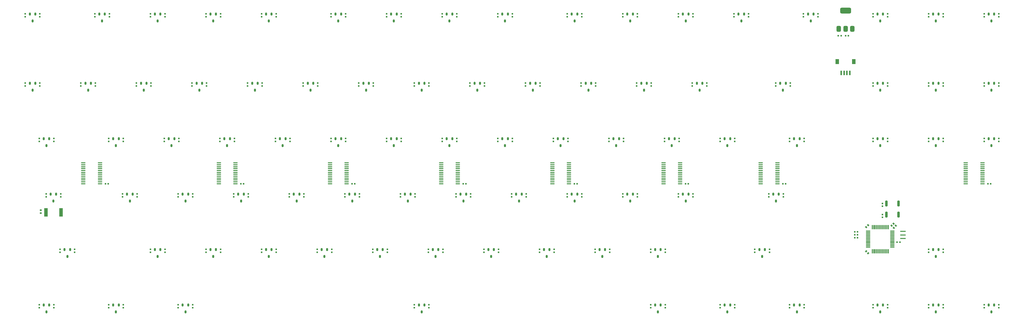
<source format=gbr>
%TF.GenerationSoftware,KiCad,Pcbnew,8.0.6*%
%TF.CreationDate,2024-11-23T19:51:20+07:00*%
%TF.ProjectId,Zellia80,5a656c6c-6961-4383-902e-6b696361645f,rev?*%
%TF.SameCoordinates,Original*%
%TF.FileFunction,Paste,Bot*%
%TF.FilePolarity,Positive*%
%FSLAX46Y46*%
G04 Gerber Fmt 4.6, Leading zero omitted, Abs format (unit mm)*
G04 Created by KiCad (PCBNEW 8.0.6) date 2024-11-23 19:51:20*
%MOMM*%
%LPD*%
G01*
G04 APERTURE LIST*
G04 Aperture macros list*
%AMRoundRect*
0 Rectangle with rounded corners*
0 $1 Rounding radius*
0 $2 $3 $4 $5 $6 $7 $8 $9 X,Y pos of 4 corners*
0 Add a 4 corners polygon primitive as box body*
4,1,4,$2,$3,$4,$5,$6,$7,$8,$9,$2,$3,0*
0 Add four circle primitives for the rounded corners*
1,1,$1+$1,$2,$3*
1,1,$1+$1,$4,$5*
1,1,$1+$1,$6,$7*
1,1,$1+$1,$8,$9*
0 Add four rect primitives between the rounded corners*
20,1,$1+$1,$2,$3,$4,$5,0*
20,1,$1+$1,$4,$5,$6,$7,0*
20,1,$1+$1,$6,$7,$8,$9,0*
20,1,$1+$1,$8,$9,$2,$3,0*%
%AMRotRect*
0 Rectangle, with rotation*
0 The origin of the aperture is its center*
0 $1 length*
0 $2 width*
0 $3 Rotation angle, in degrees counterclockwise*
0 Add horizontal line*
21,1,$1,$2,0,0,$3*%
G04 Aperture macros list end*
%ADD10R,1.190000X3.000000*%
%ADD11R,0.620000X0.560000*%
%ADD12R,0.560000X0.620000*%
%ADD13RoundRect,0.150000X-0.150000X0.350000X-0.150000X-0.350000X0.150000X-0.350000X0.150000X0.350000X0*%
%ADD14RotRect,0.560000X0.620000X225.000000*%
%ADD15R,0.600000X1.550000*%
%ADD16R,1.200000X1.800000*%
%ADD17RoundRect,0.135000X-0.185000X0.135000X-0.185000X-0.135000X0.185000X-0.135000X0.185000X0.135000X0*%
%ADD18RoundRect,0.375000X0.375000X-0.625000X0.375000X0.625000X-0.375000X0.625000X-0.375000X-0.625000X0*%
%ADD19RoundRect,0.500000X1.400000X-0.500000X1.400000X0.500000X-1.400000X0.500000X-1.400000X-0.500000X0*%
%ADD20RotRect,0.560000X0.620000X315.000000*%
%ADD21RoundRect,0.100000X-0.637500X-0.100000X0.637500X-0.100000X0.637500X0.100000X-0.637500X0.100000X0*%
%ADD22RotRect,0.560000X0.620000X45.000000*%
%ADD23RoundRect,0.200000X0.200000X0.800000X-0.200000X0.800000X-0.200000X-0.800000X0.200000X-0.800000X0*%
%ADD24R,1.900000X0.400000*%
%ADD25RoundRect,0.075000X0.662500X0.075000X-0.662500X0.075000X-0.662500X-0.075000X0.662500X-0.075000X0*%
%ADD26RoundRect,0.075000X0.075000X0.662500X-0.075000X0.662500X-0.075000X-0.662500X0.075000X-0.662500X0*%
%ADD27RoundRect,0.200000X-0.200000X-0.800000X0.200000X-0.800000X0.200000X0.800000X-0.200000X0.800000X0*%
G04 APERTURE END LIST*
D10*
%TO.C,D1*%
X22261250Y-130102499D03*
X27451250Y-130102499D03*
%TD*%
D11*
%TO.C,C33*%
X53312500Y-86652499D03*
X53312500Y-85692499D03*
%TD*%
%TO.C,C73*%
X177375000Y-143802499D03*
X177375000Y-142842499D03*
%TD*%
%TO.C,C1*%
X20212500Y-62839999D03*
X20212500Y-61879999D03*
%TD*%
%TO.C,C160*%
X277150000Y-162852499D03*
X277150000Y-161892499D03*
%TD*%
%TO.C,C60*%
X167850000Y-124752499D03*
X167850000Y-123792499D03*
%TD*%
D12*
%TO.C,C109*%
X204367500Y-120263124D03*
X203407500Y-120263124D03*
%TD*%
D11*
%TO.C,C195*%
X281912500Y-62839999D03*
X281912500Y-61879999D03*
%TD*%
%TO.C,C152*%
X329775000Y-62839999D03*
X329775000Y-61879999D03*
%TD*%
D13*
%TO.C,U25*%
X61525000Y-142917499D03*
X60575000Y-145267499D03*
X59625000Y-142917499D03*
%TD*%
D11*
%TO.C,C22*%
X39262500Y-86652499D03*
X39262500Y-85692499D03*
%TD*%
D13*
%TO.C,U23*%
X66287500Y-104817499D03*
X65337500Y-107167499D03*
X64387500Y-104817499D03*
%TD*%
D11*
%TO.C,C125*%
X143800000Y-124752499D03*
X143800000Y-123792499D03*
%TD*%
%TO.C,C23*%
X48787500Y-105702499D03*
X48787500Y-104742499D03*
%TD*%
%TO.C,C108*%
X310725000Y-62839999D03*
X310725000Y-61879999D03*
%TD*%
D14*
%TO.C,C199*%
X304064411Y-134470588D03*
X303385589Y-135149410D03*
%TD*%
D13*
%TO.C,U96*%
X347275000Y-161967499D03*
X346325000Y-164317499D03*
X345375000Y-161967499D03*
%TD*%
%TO.C,U26*%
X142487500Y-61954999D03*
X141537500Y-64304999D03*
X140587500Y-61954999D03*
%TD*%
%TO.C,U27*%
X161537500Y-61954999D03*
X160587500Y-64304999D03*
X159637500Y-61954999D03*
%TD*%
D15*
%TO.C,J2*%
X297818750Y-82172499D03*
X296818750Y-82172499D03*
X295818750Y-82172499D03*
X294818750Y-82172499D03*
D16*
X299118750Y-78297499D03*
X293518750Y-78297499D03*
%TD*%
D11*
%TO.C,C18*%
X27356250Y-124752499D03*
X27356250Y-123792499D03*
%TD*%
%TO.C,C2*%
X44025000Y-62839999D03*
X44025000Y-61879999D03*
%TD*%
%TO.C,C123*%
X181900000Y-124752499D03*
X181900000Y-123792499D03*
%TD*%
%TO.C,C17*%
X24975000Y-105702499D03*
X24975000Y-104742499D03*
%TD*%
D13*
%TO.C,U30*%
X90100000Y-123867499D03*
X89150000Y-126217499D03*
X88200000Y-123867499D03*
%TD*%
D11*
%TO.C,C105*%
X196187500Y-105702499D03*
X196187500Y-104742499D03*
%TD*%
D13*
%TO.C,U38*%
X204400000Y-61954999D03*
X203450000Y-64304999D03*
X202500000Y-61954999D03*
%TD*%
D11*
%TO.C,C99*%
X139037500Y-105702499D03*
X139037500Y-104742499D03*
%TD*%
%TO.C,C122*%
X67600000Y-124752499D03*
X67600000Y-123792499D03*
%TD*%
%TO.C,C71*%
X201187500Y-105702499D03*
X201187500Y-104742499D03*
%TD*%
%TO.C,C179*%
X324775000Y-143802499D03*
X324775000Y-142842499D03*
%TD*%
%TO.C,C81*%
X225000000Y-62839999D03*
X225000000Y-61879999D03*
%TD*%
%TO.C,C151*%
X310725000Y-162852499D03*
X310725000Y-161892499D03*
%TD*%
D13*
%TO.C,U66*%
X204400000Y-123867499D03*
X203450000Y-126217499D03*
X202500000Y-123867499D03*
%TD*%
D11*
%TO.C,C44*%
X110462500Y-86652499D03*
X110462500Y-85692499D03*
%TD*%
%TO.C,C19*%
X32118750Y-143802499D03*
X32118750Y-142842499D03*
%TD*%
%TO.C,C98*%
X286912500Y-62839999D03*
X286912500Y-61879999D03*
%TD*%
D13*
%TO.C,U13*%
X80575000Y-61954999D03*
X79625000Y-64304999D03*
X78675000Y-61954999D03*
%TD*%
D11*
%TO.C,C24*%
X53550000Y-124752499D03*
X53550000Y-123792499D03*
%TD*%
D13*
%TO.C,U20*%
X123437500Y-61954999D03*
X122487500Y-64304999D03*
X121537500Y-61954999D03*
%TD*%
%TO.C,U72*%
X223450000Y-123867499D03*
X222500000Y-126217499D03*
X221550000Y-123867499D03*
%TD*%
D11*
%TO.C,C117*%
X19975000Y-105702499D03*
X19975000Y-104742499D03*
%TD*%
%TO.C,C30*%
X72600000Y-124752499D03*
X72600000Y-123792499D03*
%TD*%
D13*
%TO.C,U79*%
X232975000Y-142917499D03*
X232025000Y-145267499D03*
X231075000Y-142917499D03*
%TD*%
D11*
%TO.C,C128*%
X86650000Y-124752499D03*
X86650000Y-123792499D03*
%TD*%
D17*
%TO.C,R10*%
X20497500Y-130397500D03*
X20497500Y-129377500D03*
%TD*%
D13*
%TO.C,U44*%
X242500000Y-61954999D03*
X241550000Y-64304999D03*
X240600000Y-61954999D03*
%TD*%
D11*
%TO.C,C56*%
X272387500Y-86652499D03*
X272387500Y-85692499D03*
%TD*%
D13*
%TO.C,U32*%
X180587500Y-61954999D03*
X179637500Y-64304999D03*
X178687500Y-61954999D03*
%TD*%
%TO.C,U9*%
X61525000Y-61954999D03*
X60575000Y-64304999D03*
X59625000Y-61954999D03*
%TD*%
D18*
%TO.C,U63*%
X298618750Y-67047499D03*
X296318750Y-67047499D03*
D19*
X296318750Y-60747499D03*
D18*
X294018750Y-67047499D03*
%TD*%
D13*
%TO.C,U94*%
X309175000Y-161967499D03*
X308225000Y-164317499D03*
X307275000Y-161967499D03*
%TD*%
D11*
%TO.C,C35*%
X86887500Y-105702499D03*
X86887500Y-104742499D03*
%TD*%
%TO.C,C36*%
X91650000Y-124752499D03*
X91650000Y-123792499D03*
%TD*%
D13*
%TO.C,U55*%
X156775000Y-142917499D03*
X155825000Y-145267499D03*
X154875000Y-142917499D03*
%TD*%
D11*
%TO.C,C50*%
X163087500Y-62839999D03*
X163087500Y-61879999D03*
%TD*%
%TO.C,C58*%
X153562500Y-86652499D03*
X153562500Y-85692499D03*
%TD*%
D20*
%TO.C,C200*%
X303385589Y-143470588D03*
X304064411Y-144149410D03*
%TD*%
D13*
%TO.C,U82*%
X247262500Y-85767499D03*
X246312500Y-88117499D03*
X245362500Y-85767499D03*
%TD*%
D11*
%TO.C,C173*%
X282150000Y-162852499D03*
X282150000Y-161892499D03*
%TD*%
D13*
%TO.C,U77*%
X237737500Y-104817499D03*
X236787500Y-107167499D03*
X235837500Y-104817499D03*
%TD*%
D11*
%TO.C,C171*%
X72600000Y-162852499D03*
X72600000Y-161892499D03*
%TD*%
D21*
%TO.C,U62*%
X195825000Y-120263124D03*
X195825000Y-119613124D03*
X195825000Y-118963124D03*
X195825000Y-118313124D03*
X195825000Y-117663124D03*
X195825000Y-117013124D03*
X195825000Y-116363124D03*
X195825000Y-115713124D03*
X195825000Y-115063124D03*
X195825000Y-114413124D03*
X195825000Y-113763124D03*
X195825000Y-113113124D03*
X201550000Y-113113124D03*
X201550000Y-113763124D03*
X201550000Y-114413124D03*
X201550000Y-115063124D03*
X201550000Y-115713124D03*
X201550000Y-116363124D03*
X201550000Y-117013124D03*
X201550000Y-117663124D03*
X201550000Y-118313124D03*
X201550000Y-118963124D03*
X201550000Y-119613124D03*
X201550000Y-120263124D03*
%TD*%
D11*
%TO.C,C129*%
X105700000Y-124752499D03*
X105700000Y-123792499D03*
%TD*%
%TO.C,C161*%
X348825000Y-62839999D03*
X348825000Y-61879999D03*
%TD*%
%TO.C,C127*%
X48550000Y-124752499D03*
X48550000Y-123792499D03*
%TD*%
D13*
%TO.C,U58*%
X171062500Y-85767499D03*
X170112500Y-88117499D03*
X169162500Y-85767499D03*
%TD*%
%TO.C,U31*%
X80575000Y-142917499D03*
X79625000Y-145267499D03*
X78675000Y-142917499D03*
%TD*%
D11*
%TO.C,C181*%
X343825000Y-86652499D03*
X343825000Y-85692499D03*
%TD*%
D13*
%TO.C,U89*%
X280600000Y-104817499D03*
X279650000Y-107167499D03*
X278700000Y-104817499D03*
%TD*%
D11*
%TO.C,C162*%
X348825000Y-86652499D03*
X348825000Y-85692499D03*
%TD*%
D13*
%TO.C,U92*%
X256787500Y-161967499D03*
X255837500Y-164317499D03*
X254887500Y-161967499D03*
%TD*%
%TO.C,U37*%
X99625000Y-142917499D03*
X98675000Y-145267499D03*
X97725000Y-142917499D03*
%TD*%
%TO.C,U18*%
X52000000Y-123867499D03*
X51050000Y-126217499D03*
X50100000Y-123867499D03*
%TD*%
D21*
%TO.C,U69*%
X267262500Y-120263124D03*
X267262500Y-119613124D03*
X267262500Y-118963124D03*
X267262500Y-118313124D03*
X267262500Y-117663124D03*
X267262500Y-117013124D03*
X267262500Y-116363124D03*
X267262500Y-115713124D03*
X267262500Y-115063124D03*
X267262500Y-114413124D03*
X267262500Y-113763124D03*
X267262500Y-113113124D03*
X272987500Y-113113124D03*
X272987500Y-113763124D03*
X272987500Y-114413124D03*
X272987500Y-115063124D03*
X272987500Y-115713124D03*
X272987500Y-116363124D03*
X272987500Y-117013124D03*
X272987500Y-117663124D03*
X272987500Y-118313124D03*
X272987500Y-118963124D03*
X272987500Y-119613124D03*
X272987500Y-120263124D03*
%TD*%
D11*
%TO.C,C189*%
X158087500Y-62839999D03*
X158087500Y-61879999D03*
%TD*%
%TO.C,C66*%
X186900000Y-124752499D03*
X186900000Y-123792499D03*
%TD*%
%TO.C,C141*%
X77125000Y-143802499D03*
X77125000Y-142842499D03*
%TD*%
D13*
%TO.C,U65*%
X199637500Y-104817499D03*
X198687500Y-107167499D03*
X197737500Y-104817499D03*
%TD*%
D11*
%TO.C,C72*%
X205950000Y-124752499D03*
X205950000Y-123792499D03*
%TD*%
D12*
%TO.C,C156*%
X275805000Y-120263124D03*
X274845000Y-120263124D03*
%TD*%
D11*
%TO.C,C41*%
X105937500Y-105702499D03*
X105937500Y-104742499D03*
%TD*%
%TO.C,C167*%
X15212500Y-62839999D03*
X15212500Y-61879999D03*
%TD*%
%TO.C,C95*%
X282150000Y-105702499D03*
X282150000Y-104742499D03*
%TD*%
D13*
%TO.C,U10*%
X18662500Y-85767499D03*
X17712500Y-88117499D03*
X16762500Y-85767499D03*
%TD*%
D11*
%TO.C,C34*%
X77362500Y-86652499D03*
X77362500Y-85692499D03*
%TD*%
D13*
%TO.C,U97*%
X328225000Y-142917499D03*
X327275000Y-145267499D03*
X326325000Y-142917499D03*
%TD*%
%TO.C,U87*%
X347275000Y-85767499D03*
X346325000Y-88117499D03*
X345375000Y-85767499D03*
%TD*%
%TO.C,U12*%
X25806250Y-123867499D03*
X24856250Y-126217499D03*
X23906250Y-123867499D03*
%TD*%
D11*
%TO.C,C183*%
X58075000Y-62839999D03*
X58075000Y-61879999D03*
%TD*%
D13*
%TO.C,U86*%
X328225000Y-85767499D03*
X327275000Y-88117499D03*
X326325000Y-85767499D03*
%TD*%
%TO.C,U57*%
X268693750Y-142917499D03*
X267743750Y-145267499D03*
X266793750Y-142917499D03*
%TD*%
D11*
%TO.C,C28*%
X58312500Y-86652499D03*
X58312500Y-85692499D03*
%TD*%
D13*
%TO.C,U83*%
X256787500Y-104817499D03*
X255837500Y-107167499D03*
X254887500Y-104817499D03*
%TD*%
D11*
%TO.C,C140*%
X153325000Y-143802499D03*
X153325000Y-142842499D03*
%TD*%
%TO.C,C86*%
X244050000Y-62839999D03*
X244050000Y-61879999D03*
%TD*%
D13*
%TO.C,U33*%
X30568750Y-142917499D03*
X29618750Y-145267499D03*
X28668750Y-142917499D03*
%TD*%
D11*
%TO.C,C96*%
X119987500Y-105702499D03*
X119987500Y-104742499D03*
%TD*%
%TO.C,C43*%
X82125000Y-143802499D03*
X82125000Y-142842499D03*
%TD*%
%TO.C,C93*%
X43787500Y-105702499D03*
X43787500Y-104742499D03*
%TD*%
%TO.C,C130*%
X22356250Y-124752499D03*
X22356250Y-123792499D03*
%TD*%
D12*
%TO.C,C164*%
X346051875Y-120263124D03*
X345091875Y-120263124D03*
%TD*%
D13*
%TO.C,U93*%
X328225000Y-61954999D03*
X327275000Y-64304999D03*
X326325000Y-61954999D03*
%TD*%
D11*
%TO.C,C89*%
X258337500Y-105702499D03*
X258337500Y-104742499D03*
%TD*%
%TO.C,C194*%
X258100000Y-62839999D03*
X258100000Y-61879999D03*
%TD*%
%TO.C,C63*%
X167612500Y-86652499D03*
X167612500Y-85692499D03*
%TD*%
%TO.C,C88*%
X248812500Y-86652499D03*
X248812500Y-85692499D03*
%TD*%
D13*
%TO.C,U17*%
X47237500Y-104817499D03*
X46287500Y-107167499D03*
X45337500Y-104817499D03*
%TD*%
D11*
%TO.C,C62*%
X182137500Y-62839999D03*
X182137500Y-61879999D03*
%TD*%
%TO.C,C37*%
X63075000Y-143802499D03*
X63075000Y-142842499D03*
%TD*%
D13*
%TO.C,U88*%
X309175000Y-104817499D03*
X308225000Y-107167499D03*
X307275000Y-104817499D03*
%TD*%
D11*
%TO.C,C137*%
X210475000Y-143802499D03*
X210475000Y-142842499D03*
%TD*%
%TO.C,C188*%
X139037500Y-62839999D03*
X139037500Y-61879999D03*
%TD*%
%TO.C,C5*%
X101175000Y-62839999D03*
X101175000Y-61879999D03*
%TD*%
D13*
%TO.C,U3*%
X275837500Y-85767499D03*
X274887500Y-88117499D03*
X273937500Y-85767499D03*
%TD*%
D11*
%TO.C,C113*%
X270006250Y-124752499D03*
X270006250Y-123792499D03*
%TD*%
%TO.C,C52*%
X134512500Y-86652499D03*
X134512500Y-85692499D03*
%TD*%
%TO.C,C51*%
X15212500Y-86652499D03*
X15212500Y-85692499D03*
%TD*%
%TO.C,C85*%
X215475000Y-143802499D03*
X215475000Y-142842499D03*
%TD*%
%TO.C,C124*%
X162850000Y-124752499D03*
X162850000Y-123792499D03*
%TD*%
D21*
%TO.C,U74*%
X337509375Y-120263124D03*
X337509375Y-119613124D03*
X337509375Y-118963124D03*
X337509375Y-118313124D03*
X337509375Y-117663124D03*
X337509375Y-117013124D03*
X337509375Y-116363124D03*
X337509375Y-115713124D03*
X337509375Y-115063124D03*
X337509375Y-114413124D03*
X337509375Y-113763124D03*
X337509375Y-113113124D03*
X343234375Y-113113124D03*
X343234375Y-113763124D03*
X343234375Y-114413124D03*
X343234375Y-115063124D03*
X343234375Y-115713124D03*
X343234375Y-116363124D03*
X343234375Y-117013124D03*
X343234375Y-117663124D03*
X343234375Y-118313124D03*
X343234375Y-118963124D03*
X343234375Y-119613124D03*
X343234375Y-120263124D03*
%TD*%
D11*
%TO.C,C118*%
X310725000Y-105702499D03*
X310725000Y-104742499D03*
%TD*%
D13*
%TO.C,U34*%
X94862500Y-85767499D03*
X93912500Y-88117499D03*
X92962500Y-85767499D03*
%TD*%
%TO.C,U35*%
X104387500Y-104817499D03*
X103437500Y-107167499D03*
X102487500Y-104817499D03*
%TD*%
D11*
%TO.C,C53*%
X144037500Y-105702499D03*
X144037500Y-104742499D03*
%TD*%
%TO.C,C191*%
X200950000Y-62839999D03*
X200950000Y-61879999D03*
%TD*%
%TO.C,C80*%
X243812500Y-86652499D03*
X243812500Y-85692499D03*
%TD*%
%TO.C,C107*%
X270243750Y-143802499D03*
X270243750Y-142842499D03*
%TD*%
%TO.C,C196*%
X305725000Y-62839999D03*
X305725000Y-61879999D03*
%TD*%
%TO.C,C193*%
X239050000Y-62839999D03*
X239050000Y-61879999D03*
%TD*%
%TO.C,C139*%
X172375000Y-143802499D03*
X172375000Y-142842499D03*
%TD*%
%TO.C,C177*%
X39025000Y-62839999D03*
X39025000Y-61879999D03*
%TD*%
%TO.C,C143*%
X115225000Y-143802499D03*
X115225000Y-142842499D03*
%TD*%
%TO.C,C111*%
X215237500Y-105702499D03*
X215237500Y-104742499D03*
%TD*%
D13*
%TO.C,U6*%
X71050000Y-161967499D03*
X70100000Y-164317499D03*
X69150000Y-161967499D03*
%TD*%
D11*
%TO.C,C76*%
X210712500Y-86652499D03*
X210712500Y-85692499D03*
%TD*%
%TO.C,C169*%
X24975000Y-162852499D03*
X24975000Y-161892499D03*
%TD*%
%TO.C,C45*%
X129512500Y-86652499D03*
X129512500Y-85692499D03*
%TD*%
%TO.C,C67*%
X158325000Y-143802499D03*
X158325000Y-142842499D03*
%TD*%
%TO.C,C133*%
X58075000Y-143802499D03*
X58075000Y-142842499D03*
%TD*%
%TO.C,C145*%
X329775000Y-143802499D03*
X329775000Y-142842499D03*
%TD*%
%TO.C,C29*%
X67837500Y-105702499D03*
X67837500Y-104742499D03*
%TD*%
D13*
%TO.C,U36*%
X109150000Y-123867499D03*
X108200000Y-126217499D03*
X107250000Y-123867499D03*
%TD*%
D11*
%TO.C,C150*%
X305725000Y-105702499D03*
X305725000Y-104742499D03*
%TD*%
D13*
%TO.C,U70*%
X209162500Y-85767499D03*
X208212500Y-88117499D03*
X207262500Y-85767499D03*
%TD*%
%TO.C,U8*%
X232975000Y-161967499D03*
X232025000Y-164317499D03*
X231075000Y-161967499D03*
%TD*%
%TO.C,U50*%
X285362500Y-61954999D03*
X284412500Y-64304999D03*
X283462500Y-61954999D03*
%TD*%
D11*
%TO.C,R9*%
X308975000Y-131789999D03*
X308975000Y-130829999D03*
%TD*%
D13*
%TO.C,U43*%
X118675000Y-142917499D03*
X117725000Y-145267499D03*
X116775000Y-142917499D03*
%TD*%
D11*
%TO.C,C79*%
X196425000Y-143802499D03*
X196425000Y-142842499D03*
%TD*%
D13*
%TO.C,U52*%
X152012500Y-85767499D03*
X151062500Y-88117499D03*
X150112500Y-85767499D03*
%TD*%
D11*
%TO.C,C6*%
X124987500Y-62839999D03*
X124987500Y-61879999D03*
%TD*%
D13*
%TO.C,U22*%
X56762500Y-85767499D03*
X55812500Y-88117499D03*
X54862500Y-85767499D03*
%TD*%
D11*
%TO.C,C97*%
X234525000Y-143802499D03*
X234525000Y-142842499D03*
%TD*%
%TO.C,C187*%
X119987500Y-62839999D03*
X119987500Y-61879999D03*
%TD*%
D13*
%TO.C,U5*%
X47237500Y-161967499D03*
X46287500Y-164317499D03*
X45337500Y-161967499D03*
%TD*%
D11*
%TO.C,C155*%
X329775000Y-105702499D03*
X329775000Y-104742499D03*
%TD*%
%TO.C,C75*%
X205950000Y-62839999D03*
X205950000Y-61879999D03*
%TD*%
D13*
%TO.C,U67*%
X194875000Y-142917499D03*
X193925000Y-145267499D03*
X192975000Y-142917499D03*
%TD*%
D11*
%TO.C,C126*%
X124750000Y-124752499D03*
X124750000Y-123792499D03*
%TD*%
D13*
%TO.C,U54*%
X166300000Y-123867499D03*
X165350000Y-126217499D03*
X164400000Y-123867499D03*
%TD*%
D11*
%TO.C,C31*%
X144037500Y-62839999D03*
X144037500Y-61879999D03*
%TD*%
D12*
%TO.C,R13*%
X299495000Y-137809999D03*
X300455000Y-137809999D03*
%TD*%
D13*
%TO.C,U53*%
X161537500Y-104817499D03*
X160587500Y-107167499D03*
X159637500Y-104817499D03*
%TD*%
D21*
%TO.C,U68*%
X233925000Y-120263124D03*
X233925000Y-119613124D03*
X233925000Y-118963124D03*
X233925000Y-118313124D03*
X233925000Y-117663124D03*
X233925000Y-117013124D03*
X233925000Y-116363124D03*
X233925000Y-115713124D03*
X233925000Y-115063124D03*
X233925000Y-114413124D03*
X233925000Y-113763124D03*
X233925000Y-113113124D03*
X239650000Y-113113124D03*
X239650000Y-113763124D03*
X239650000Y-114413124D03*
X239650000Y-115063124D03*
X239650000Y-115713124D03*
X239650000Y-116363124D03*
X239650000Y-117013124D03*
X239650000Y-117663124D03*
X239650000Y-118313124D03*
X239650000Y-118963124D03*
X239650000Y-119613124D03*
X239650000Y-120263124D03*
%TD*%
D11*
%TO.C,C64*%
X172612500Y-86652499D03*
X172612500Y-85692499D03*
%TD*%
D13*
%TO.C,U29*%
X85337500Y-104817499D03*
X84387500Y-107167499D03*
X83437500Y-104817499D03*
%TD*%
D11*
%TO.C,C49*%
X101175000Y-143802499D03*
X101175000Y-142842499D03*
%TD*%
%TO.C,C82*%
X229762500Y-86652499D03*
X229762500Y-85692499D03*
%TD*%
%TO.C,C138*%
X191425000Y-143802499D03*
X191425000Y-142842499D03*
%TD*%
D22*
%TO.C,C202*%
X312885589Y-135399410D03*
X313564411Y-134720588D03*
%TD*%
D11*
%TO.C,C178*%
X153562500Y-162852499D03*
X153562500Y-161892499D03*
%TD*%
%TO.C,C55*%
X120225000Y-143802499D03*
X120225000Y-142842499D03*
%TD*%
D13*
%TO.C,U91*%
X347275000Y-104817499D03*
X346325000Y-107167499D03*
X345375000Y-104817499D03*
%TD*%
D11*
%TO.C,C38*%
X72362500Y-86652499D03*
X72362500Y-85692499D03*
%TD*%
D13*
%TO.C,U40*%
X113912500Y-85767499D03*
X112962500Y-88117499D03*
X112012500Y-85767499D03*
%TD*%
D11*
%TO.C,C158*%
X229525000Y-162852499D03*
X229525000Y-161892499D03*
%TD*%
D21*
%TO.C,U21*%
X35090625Y-120263124D03*
X35090625Y-119613124D03*
X35090625Y-118963124D03*
X35090625Y-118313124D03*
X35090625Y-117663124D03*
X35090625Y-117013124D03*
X35090625Y-116363124D03*
X35090625Y-115713124D03*
X35090625Y-115063124D03*
X35090625Y-114413124D03*
X35090625Y-113763124D03*
X35090625Y-113113124D03*
X40815625Y-113113124D03*
X40815625Y-113763124D03*
X40815625Y-114413124D03*
X40815625Y-115063124D03*
X40815625Y-115713124D03*
X40815625Y-116363124D03*
X40815625Y-117013124D03*
X40815625Y-117663124D03*
X40815625Y-118313124D03*
X40815625Y-118963124D03*
X40815625Y-119613124D03*
X40815625Y-120263124D03*
%TD*%
D23*
%TO.C,SW2*%
X314520000Y-127019999D03*
X310320000Y-127019999D03*
%TD*%
D11*
%TO.C,C176*%
X324775000Y-105702499D03*
X324775000Y-104742499D03*
%TD*%
%TO.C,C46*%
X115462500Y-86652499D03*
X115462500Y-85692499D03*
%TD*%
%TO.C,C69*%
X205712500Y-86652499D03*
X205712500Y-85692499D03*
%TD*%
D13*
%TO.C,U90*%
X328225000Y-104817499D03*
X327275000Y-107167499D03*
X326325000Y-104817499D03*
%TD*%
D11*
%TO.C,C149*%
X67600000Y-162852499D03*
X67600000Y-161892499D03*
%TD*%
D13*
%TO.C,U75*%
X309175000Y-61954999D03*
X308225000Y-64304999D03*
X307275000Y-61954999D03*
%TD*%
%TO.C,U45*%
X261550000Y-61954999D03*
X260600000Y-64304999D03*
X259650000Y-61954999D03*
%TD*%
D11*
%TO.C,C197*%
X324775000Y-62839999D03*
X324775000Y-61879999D03*
%TD*%
%TO.C,C192*%
X220000000Y-62839999D03*
X220000000Y-61879999D03*
%TD*%
%TO.C,C74*%
X224762500Y-86652499D03*
X224762500Y-85692499D03*
%TD*%
D12*
%TO.C,C110*%
X166267500Y-120263124D03*
X165307500Y-120263124D03*
%TD*%
D11*
%TO.C,C166*%
X348825000Y-105702499D03*
X348825000Y-104742499D03*
%TD*%
%TO.C,C163*%
X148562500Y-162852499D03*
X148562500Y-161892499D03*
%TD*%
%TO.C,C182*%
X343825000Y-105702499D03*
X343825000Y-104742499D03*
%TD*%
D13*
%TO.C,U47*%
X142487500Y-104817499D03*
X141537500Y-107167499D03*
X140587500Y-104817499D03*
%TD*%
D11*
%TO.C,C112*%
X234287500Y-105702499D03*
X234287500Y-104742499D03*
%TD*%
%TO.C,C185*%
X77125000Y-62839999D03*
X77125000Y-61879999D03*
%TD*%
D13*
%TO.C,U95*%
X328225000Y-161967499D03*
X327275000Y-164317499D03*
X326325000Y-161967499D03*
%TD*%
D11*
%TO.C,C68*%
X186662500Y-86652499D03*
X186662500Y-85692499D03*
%TD*%
%TO.C,C27*%
X34262500Y-86652499D03*
X34262500Y-85692499D03*
%TD*%
%TO.C,C157*%
X329775000Y-162852499D03*
X329775000Y-161892499D03*
%TD*%
D13*
%TO.C,U71*%
X218687500Y-104817499D03*
X217737500Y-107167499D03*
X216787500Y-104817499D03*
%TD*%
D11*
%TO.C,C15*%
X277387500Y-86652499D03*
X277387500Y-85692499D03*
%TD*%
D13*
%TO.C,U14*%
X99625000Y-61954999D03*
X98675000Y-64304999D03*
X97725000Y-61954999D03*
%TD*%
D11*
%TO.C,C142*%
X96175000Y-143802499D03*
X96175000Y-142842499D03*
%TD*%
D12*
%TO.C,C203*%
X313995000Y-140309999D03*
X314955000Y-140309999D03*
%TD*%
D11*
%TO.C,C3*%
X63075000Y-62839999D03*
X63075000Y-61879999D03*
%TD*%
%TO.C,C204*%
X308975000Y-127979999D03*
X308975000Y-127019999D03*
%TD*%
%TO.C,C90*%
X275006250Y-124752499D03*
X275006250Y-123792499D03*
%TD*%
%TO.C,C114*%
X253337500Y-105702499D03*
X253337500Y-104742499D03*
%TD*%
D12*
%TO.C,C25*%
X297278750Y-69397499D03*
X296318750Y-69397499D03*
%TD*%
D13*
%TO.C,U28*%
X75812500Y-85767499D03*
X74862500Y-88117499D03*
X73912500Y-85767499D03*
%TD*%
D11*
%TO.C,C172*%
X258337500Y-162852499D03*
X258337500Y-161892499D03*
%TD*%
%TO.C,C116*%
X310725000Y-86652499D03*
X310725000Y-85692499D03*
%TD*%
%TO.C,C92*%
X100937500Y-105702499D03*
X100937500Y-104742499D03*
%TD*%
%TO.C,C101*%
X158087500Y-105702499D03*
X158087500Y-104742499D03*
%TD*%
D13*
%TO.C,U42*%
X128200000Y-123867499D03*
X127250000Y-126217499D03*
X126300000Y-123867499D03*
%TD*%
D11*
%TO.C,C59*%
X163087500Y-105702499D03*
X163087500Y-104742499D03*
%TD*%
%TO.C,C4*%
X82125000Y-62839999D03*
X82125000Y-61879999D03*
%TD*%
D13*
%TO.C,U4*%
X23425000Y-161967499D03*
X22475000Y-164317499D03*
X21525000Y-161967499D03*
%TD*%
D12*
%TO.C,C153*%
X242467500Y-120263124D03*
X241507500Y-120263124D03*
%TD*%
%TO.C,R12*%
X300455000Y-138809999D03*
X299495000Y-138809999D03*
%TD*%
D13*
%TO.C,U11*%
X23425000Y-104817499D03*
X22475000Y-107167499D03*
X21525000Y-104817499D03*
%TD*%
D11*
%TO.C,C40*%
X96412500Y-86652499D03*
X96412500Y-85692499D03*
%TD*%
%TO.C,C78*%
X225000000Y-124752499D03*
X225000000Y-123792499D03*
%TD*%
%TO.C,C144*%
X134275000Y-143802499D03*
X134275000Y-142842499D03*
%TD*%
%TO.C,C94*%
X263100000Y-62839999D03*
X263100000Y-61879999D03*
%TD*%
D13*
%TO.C,U73*%
X213925000Y-142917499D03*
X212975000Y-145267499D03*
X212025000Y-142917499D03*
%TD*%
%TO.C,U84*%
X273456250Y-123867499D03*
X272506250Y-126217499D03*
X271556250Y-123867499D03*
%TD*%
D12*
%TO.C,R11*%
X300455000Y-136809999D03*
X299495000Y-136809999D03*
%TD*%
D13*
%TO.C,U41*%
X123437500Y-104817499D03*
X122487500Y-107167499D03*
X121537500Y-104817499D03*
%TD*%
%TO.C,U48*%
X147250000Y-123867499D03*
X146300000Y-126217499D03*
X145350000Y-123867499D03*
%TD*%
D11*
%TO.C,C57*%
X148562500Y-86652499D03*
X148562500Y-85692499D03*
%TD*%
D22*
%TO.C,C201*%
X312135589Y-134649410D03*
X312814411Y-133970588D03*
%TD*%
D11*
%TO.C,C65*%
X182137500Y-105702499D03*
X182137500Y-104742499D03*
%TD*%
D13*
%TO.C,U39*%
X223450000Y-61954999D03*
X222500000Y-64304999D03*
X221550000Y-61954999D03*
%TD*%
%TO.C,U60*%
X185350000Y-123867499D03*
X184400000Y-126217499D03*
X183450000Y-123867499D03*
%TD*%
D11*
%TO.C,C147*%
X19975000Y-162852499D03*
X19975000Y-161892499D03*
%TD*%
%TO.C,C170*%
X48787500Y-162852499D03*
X48787500Y-161892499D03*
%TD*%
%TO.C,C184*%
X343825000Y-162852499D03*
X343825000Y-161892499D03*
%TD*%
D21*
%TO.C,U56*%
X81525000Y-120263124D03*
X81525000Y-119613124D03*
X81525000Y-118963124D03*
X81525000Y-118313124D03*
X81525000Y-117663124D03*
X81525000Y-117013124D03*
X81525000Y-116363124D03*
X81525000Y-115713124D03*
X81525000Y-115063124D03*
X81525000Y-114413124D03*
X81525000Y-113763124D03*
X81525000Y-113113124D03*
X87250000Y-113113124D03*
X87250000Y-113763124D03*
X87250000Y-114413124D03*
X87250000Y-115063124D03*
X87250000Y-115713124D03*
X87250000Y-116363124D03*
X87250000Y-117013124D03*
X87250000Y-117663124D03*
X87250000Y-118313124D03*
X87250000Y-118963124D03*
X87250000Y-119613124D03*
X87250000Y-120263124D03*
%TD*%
D13*
%TO.C,U64*%
X190112500Y-85767499D03*
X189162500Y-88117499D03*
X188212500Y-85767499D03*
%TD*%
%TO.C,U7*%
X152012500Y-161967499D03*
X151062500Y-164317499D03*
X150112500Y-161967499D03*
%TD*%
%TO.C,U59*%
X180587500Y-104817499D03*
X179637500Y-107167499D03*
X178687500Y-104817499D03*
%TD*%
D12*
%TO.C,C104*%
X90067500Y-120263124D03*
X89107500Y-120263124D03*
%TD*%
D11*
%TO.C,C70*%
X191662500Y-86652499D03*
X191662500Y-85692499D03*
%TD*%
%TO.C,C198*%
X343825000Y-62839999D03*
X343825000Y-61879999D03*
%TD*%
%TO.C,C175*%
X324775000Y-86652499D03*
X324775000Y-85692499D03*
%TD*%
%TO.C,C119*%
X239050000Y-124752499D03*
X239050000Y-123792499D03*
%TD*%
D13*
%TO.C,U78*%
X242500000Y-123867499D03*
X241550000Y-126217499D03*
X240600000Y-123867499D03*
%TD*%
D11*
%TO.C,C131*%
X27118750Y-143802499D03*
X27118750Y-142842499D03*
%TD*%
D13*
%TO.C,U99*%
X347275000Y-61954999D03*
X346325000Y-64304999D03*
X345375000Y-61954999D03*
%TD*%
D12*
%TO.C,C103*%
X43633125Y-120263124D03*
X42673125Y-120263124D03*
%TD*%
D13*
%TO.C,U16*%
X37712500Y-85767499D03*
X36762500Y-88117499D03*
X35812500Y-85767499D03*
%TD*%
D11*
%TO.C,C77*%
X220237500Y-105702499D03*
X220237500Y-104742499D03*
%TD*%
D24*
%TO.C,Y2*%
X315975000Y-136659999D03*
X315975000Y-137859999D03*
X315975000Y-139059999D03*
%TD*%
D11*
%TO.C,C16*%
X20212500Y-86652499D03*
X20212500Y-85692499D03*
%TD*%
%TO.C,C83*%
X239287500Y-105702499D03*
X239287500Y-104742499D03*
%TD*%
%TO.C,C87*%
X62837500Y-105702499D03*
X62837500Y-104742499D03*
%TD*%
%TO.C,C174*%
X348825000Y-162852499D03*
X348825000Y-161892499D03*
%TD*%
%TO.C,C39*%
X91412500Y-86652499D03*
X91412500Y-85692499D03*
%TD*%
%TO.C,C180*%
X324775000Y-162852499D03*
X324775000Y-161892499D03*
%TD*%
%TO.C,C54*%
X148800000Y-124752499D03*
X148800000Y-123792499D03*
%TD*%
%TO.C,C136*%
X229525000Y-143802499D03*
X229525000Y-142842499D03*
%TD*%
%TO.C,C102*%
X177137500Y-105702499D03*
X177137500Y-104742499D03*
%TD*%
%TO.C,C135*%
X305725000Y-86652499D03*
X305725000Y-85692499D03*
%TD*%
%TO.C,C100*%
X234525000Y-162852499D03*
X234525000Y-161892499D03*
%TD*%
%TO.C,C47*%
X124987500Y-105702499D03*
X124987500Y-104742499D03*
%TD*%
%TO.C,C190*%
X177137500Y-62839999D03*
X177137500Y-61879999D03*
%TD*%
D21*
%TO.C,U51*%
X157725000Y-120263124D03*
X157725000Y-119613124D03*
X157725000Y-118963124D03*
X157725000Y-118313124D03*
X157725000Y-117663124D03*
X157725000Y-117013124D03*
X157725000Y-116363124D03*
X157725000Y-115713124D03*
X157725000Y-115063124D03*
X157725000Y-114413124D03*
X157725000Y-113763124D03*
X157725000Y-113113124D03*
X163450000Y-113113124D03*
X163450000Y-113763124D03*
X163450000Y-114413124D03*
X163450000Y-115063124D03*
X163450000Y-115713124D03*
X163450000Y-116363124D03*
X163450000Y-117013124D03*
X163450000Y-117663124D03*
X163450000Y-118313124D03*
X163450000Y-118963124D03*
X163450000Y-119613124D03*
X163450000Y-120263124D03*
%TD*%
D13*
%TO.C,U49*%
X137725000Y-142917499D03*
X136775000Y-145267499D03*
X135825000Y-142917499D03*
%TD*%
D11*
%TO.C,C186*%
X96175000Y-62839999D03*
X96175000Y-61879999D03*
%TD*%
%TO.C,C134*%
X265243750Y-143802499D03*
X265243750Y-142842499D03*
%TD*%
D12*
%TO.C,C21*%
X293858750Y-69397499D03*
X294818750Y-69397499D03*
%TD*%
D13*
%TO.C,U61*%
X175825000Y-142917499D03*
X174875000Y-145267499D03*
X173925000Y-142917499D03*
%TD*%
%TO.C,U46*%
X132962500Y-85767499D03*
X132012500Y-88117499D03*
X131062500Y-85767499D03*
%TD*%
%TO.C,U76*%
X228212500Y-85767499D03*
X227262500Y-88117499D03*
X226312500Y-85767499D03*
%TD*%
D12*
%TO.C,C106*%
X128167500Y-120263124D03*
X127207500Y-120263124D03*
%TD*%
D11*
%TO.C,C154*%
X329775000Y-86652499D03*
X329775000Y-85692499D03*
%TD*%
%TO.C,C168*%
X305725000Y-162852499D03*
X305725000Y-161892499D03*
%TD*%
D13*
%TO.C,U98*%
X280600000Y-161967499D03*
X279650000Y-164317499D03*
X278700000Y-161967499D03*
%TD*%
D11*
%TO.C,C148*%
X43787500Y-162852499D03*
X43787500Y-161892499D03*
%TD*%
%TO.C,C91*%
X81887500Y-105702499D03*
X81887500Y-104742499D03*
%TD*%
%TO.C,C159*%
X253337500Y-162852499D03*
X253337500Y-161892499D03*
%TD*%
%TO.C,C121*%
X200950000Y-124752499D03*
X200950000Y-123792499D03*
%TD*%
D25*
%TO.C,U100*%
X312387500Y-136559999D03*
X312387500Y-137059999D03*
X312387500Y-137559999D03*
X312387500Y-138060000D03*
X312387500Y-138559999D03*
X312387500Y-139059999D03*
X312387500Y-139559999D03*
X312387500Y-140059999D03*
X312387500Y-140559998D03*
X312387500Y-141059999D03*
X312387500Y-141559999D03*
X312387500Y-142059999D03*
D26*
X310975000Y-143472499D03*
X310475000Y-143472499D03*
X309975000Y-143472499D03*
X309474999Y-143472499D03*
X308975000Y-143472499D03*
X308475000Y-143472499D03*
X307975000Y-143472499D03*
X307475000Y-143472499D03*
X306975001Y-143472499D03*
X306475000Y-143472499D03*
X305975000Y-143472499D03*
X305475000Y-143472499D03*
D25*
X304062500Y-142059999D03*
X304062500Y-141559999D03*
X304062500Y-141059999D03*
X304062500Y-140559998D03*
X304062500Y-140059999D03*
X304062500Y-139559999D03*
X304062500Y-139059999D03*
X304062500Y-138559999D03*
X304062500Y-138060000D03*
X304062500Y-137559999D03*
X304062500Y-137059999D03*
X304062500Y-136559999D03*
D26*
X305475000Y-135147499D03*
X305975000Y-135147499D03*
X306475000Y-135147499D03*
X306975001Y-135147499D03*
X307475000Y-135147499D03*
X307975000Y-135147499D03*
X308475000Y-135147499D03*
X308975000Y-135147499D03*
X309474999Y-135147499D03*
X309975000Y-135147499D03*
X310475000Y-135147499D03*
X310975000Y-135147499D03*
%TD*%
D13*
%TO.C,U2*%
X42475000Y-61954999D03*
X41525000Y-64304999D03*
X40575000Y-61954999D03*
%TD*%
D11*
%TO.C,C61*%
X139275000Y-143802499D03*
X139275000Y-142842499D03*
%TD*%
D13*
%TO.C,U1*%
X18662500Y-61954999D03*
X17712500Y-64304999D03*
X16762500Y-61954999D03*
%TD*%
%TO.C,U80*%
X309175000Y-85767499D03*
X308225000Y-88117499D03*
X307275000Y-85767499D03*
%TD*%
D27*
%TO.C,SW1*%
X310320000Y-130829999D03*
X314520000Y-130829999D03*
%TD*%
D11*
%TO.C,C84*%
X244050000Y-124752499D03*
X244050000Y-123792499D03*
%TD*%
D13*
%TO.C,U24*%
X71050000Y-123867499D03*
X70100000Y-126217499D03*
X69150000Y-123867499D03*
%TD*%
D21*
%TO.C,U15*%
X119625000Y-120263124D03*
X119625000Y-119613124D03*
X119625000Y-118963124D03*
X119625000Y-118313124D03*
X119625000Y-117663124D03*
X119625000Y-117013124D03*
X119625000Y-116363124D03*
X119625000Y-115713124D03*
X119625000Y-115063124D03*
X119625000Y-114413124D03*
X119625000Y-113763124D03*
X119625000Y-113113124D03*
X125350000Y-113113124D03*
X125350000Y-113763124D03*
X125350000Y-114413124D03*
X125350000Y-115063124D03*
X125350000Y-115713124D03*
X125350000Y-116363124D03*
X125350000Y-117013124D03*
X125350000Y-117663124D03*
X125350000Y-118313124D03*
X125350000Y-118963124D03*
X125350000Y-119613124D03*
X125350000Y-120263124D03*
%TD*%
D11*
%TO.C,C42*%
X110700000Y-124752499D03*
X110700000Y-123792499D03*
%TD*%
%TO.C,C48*%
X129750000Y-124752499D03*
X129750000Y-123792499D03*
%TD*%
%TO.C,C120*%
X220000000Y-124752499D03*
X220000000Y-123792499D03*
%TD*%
%TO.C,C115*%
X277150000Y-105702499D03*
X277150000Y-104742499D03*
%TD*%
M02*

</source>
